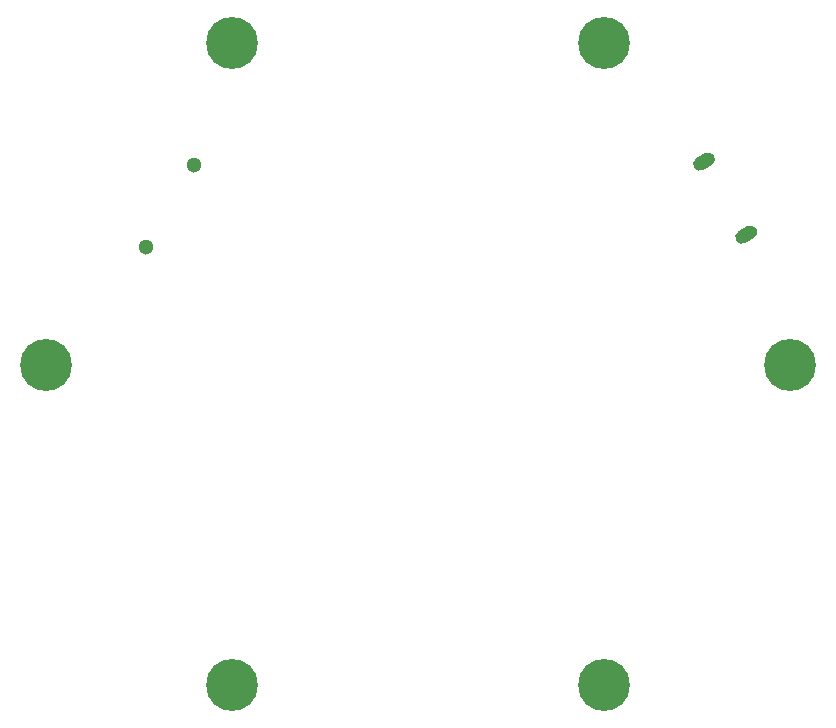
<source format=gbs>
%TF.GenerationSoftware,KiCad,Pcbnew,5.1.6-c6e7f7d~86~ubuntu18.04.1*%
%TF.CreationDate,2020-07-24T20:28:44-07:00*%
%TF.ProjectId,stm32f042_breakout,73746d33-3266-4303-9432-5f627265616b,rev?*%
%TF.SameCoordinates,Original*%
%TF.FileFunction,Soldermask,Bot*%
%TF.FilePolarity,Negative*%
%FSLAX46Y46*%
G04 Gerber Fmt 4.6, Leading zero omitted, Abs format (unit mm)*
G04 Created by KiCad (PCBNEW 5.1.6-c6e7f7d~86~ubuntu18.04.1) date 2020-07-24 20:28:44*
%MOMM*%
%LPD*%
G01*
G04 APERTURE LIST*
%ADD10C,1.300000*%
%ADD11C,4.400000*%
G04 APERTURE END LIST*
D10*
%TO.C,J7*%
X145000000Y-61933459D03*
X149000000Y-55005256D03*
%TD*%
%TO.C,J2*%
G36*
G01*
X195140839Y-60617355D02*
X195876961Y-60192355D01*
G75*
G02*
X196662426Y-60402820I287500J-497965D01*
G01*
X196662426Y-60402820D01*
G75*
G02*
X196451961Y-61188285I-497965J-287500D01*
G01*
X195715839Y-61613285D01*
G75*
G02*
X194930374Y-61402820I-287500J497965D01*
G01*
X194930374Y-61402820D01*
G75*
G02*
X195140839Y-60617355I497965J287500D01*
G01*
G37*
G36*
G01*
X192876961Y-54996203D02*
X192140839Y-55421203D01*
G75*
G02*
X191355374Y-55210738I-287500J497965D01*
G01*
X191355374Y-55210738D01*
G75*
G02*
X191565839Y-54425273I497965J287500D01*
G01*
X192301961Y-54000273D01*
G75*
G02*
X193087426Y-54210738I287500J-497965D01*
G01*
X193087426Y-54210738D01*
G75*
G02*
X192876961Y-54996203I-497965J-287500D01*
G01*
G37*
%TD*%
D11*
%TO.C,J8*%
X152250000Y-44700000D03*
%TD*%
%TO.C,J9*%
X183750000Y-44700000D03*
%TD*%
%TO.C,J10*%
X199500000Y-71900000D03*
%TD*%
%TO.C,J11*%
X183750000Y-99000000D03*
%TD*%
%TO.C,J12*%
X136500000Y-71900000D03*
%TD*%
%TO.C,J13*%
X152250000Y-99000000D03*
%TD*%
M02*

</source>
